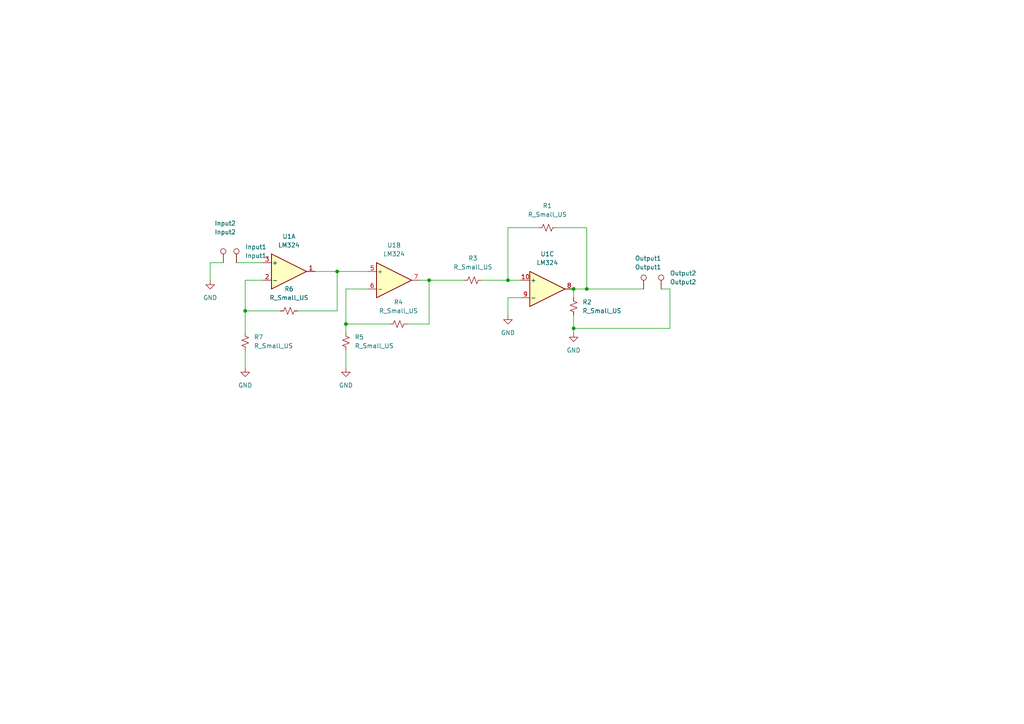
<source format=kicad_sch>
(kicad_sch (version 20230121) (generator eeschema)
  (paper "A4")
  (lib_symbols
    (symbol "Amplifier_Operational:LM324" (pin_names (offset 0.127))
      (property "Reference" "U" (at 0 5.08 0))
      (property "Value" "LM324" (at 0 -5.08 0))
      (symbol "LM324_1_1"
        (polyline (pts (xy -5.08 5.08) (xy 5.08 0) (xy -5.08 -5.08) (xy -5.08 5.08)) (stroke (width 0.254)) (fill (type background)))
        (pin output line (at 7.62 0 180) (length 2.54) (name "~") (number "1"))
        (pin input line (at -7.62 -2.54 0) (length 2.54) (name "-") (number "2"))
        (pin input line (at -7.62 2.54 0) (length 2.54) (name "+") (number "3"))
      )
      (symbol "LM324_2_1"
        (polyline (pts (xy -5.08 5.08) (xy 5.08 0) (xy -5.08 -5.08) (xy -5.08 5.08)) (stroke (width 0.254)) (fill (type background)))
        (pin input line (at -7.62 2.54 0) (length 2.54) (name "+") (number "5"))
        (pin input line (at -7.62 -2.54 0) (length 2.54) (name "-") (number "6"))
        (pin output line (at 7.62 0 180) (length 2.54) (name "~") (number "7"))
      )
      (symbol "LM324_3_1"
        (polyline (pts (xy -5.08 5.08) (xy 5.08 0) (xy -5.08 -5.08) (xy -5.08 5.08)) (stroke (width 0.254)) (fill (type background)))
        (pin input line (at -7.62 2.54 0) (length 2.54) (name "+") (number "10"))
        (pin output line (at 7.62 0 180) (length 2.54) (name "~") (number "8"))
        (pin input line (at -7.62 -2.54 0) (length 2.54) (name "-") (number "9"))
      )
      (symbol "LM324_4_1"
        (polyline (pts (xy -5.08 5.08) (xy 5.08 0) (xy -5.08 -5.08) (xy -5.08 5.08)) (stroke (width 0.254)) (fill (type background)))
        (pin input line (at -7.62 2.54 0) (length 2.54) (name "+") (number "12"))
        (pin input line (at -7.62 -2.54 0) (length 2.54) (name "-") (number "13"))
        (pin output line (at 7.62 0 180) (length 2.54) (name "~") (number "14"))
      )
      (symbol "LM324_5_1"
        (pin power_in line (at -2.54 -7.62 90) (length 3.81) (name "V-") (number "11"))
        (pin power_in line (at -2.54 7.62 270) (length 3.81) (name "V+") (number "4"))
      )
    )
    (symbol "Connector:TestPoint" (pin_numbers hide) (pin_names (offset 0.762) hide)
      (property "Reference" "TP" (at 0 6.858 0))
      (property "Value" "TestPoint" (at 0 5.08 0))
      (symbol "TestPoint_0_1"
        (circle (center 0 3.302) (radius 0.762))
      )
      (symbol "TestPoint_1_1"
        (pin passive line (at 0 0 90) (length 2.54) (name "1") (number "1"))
      )
    )
    (symbol "Device:R_Small_US" (pin_numbers hide) (pin_names (offset 0.254) hide)
      (property "Reference" "R" (at 0.762 0.508 0))
      (property "Value" "R_Small_US" (at 0.762 -1.016 0))
      (symbol "R_Small_US_1_1"
        (polyline (pts (xy 0 0) (xy 1.016 -0.381) (xy 0 -0.762) (xy -1.016 -1.143) (xy 0 -1.524)))
        (polyline (pts (xy 0 1.524) (xy 1.016 1.143) (xy 0 0.762) (xy -1.016 0.381) (xy 0 0)))
        (pin passive line (at 0 2.54 270) (length 1.016) (name "~") (number "1"))
        (pin passive line (at 0 -2.54 90) (length 1.016) (name "~") (number "2"))
      )
    )
    (symbol "power:GND" (power) (pin_names (offset 0))
      (property "Value" "GND" (at 0 -3.81 0))
      (symbol "GND_0_1"
        (polyline (pts (xy 0 0) (xy 0 -1.27) (xy 1.27 -1.27) (xy 0 -2.54) (xy -1.27 -1.27) (xy 0 -1.27)))
      )
      (symbol "GND_1_1"
        (pin power_in line (at 0 0 270) (length 0) hide (name "GND") (number "1"))
      )
    )
  )
  (junction (at 97.79 78.74))
  (junction (at 147.32 81.28))
  (junction (at 170.18 83.82))
  (junction (at 100.33 93.98))
  (junction (at 124.46 81.28))
  (junction (at 166.37 95.25))
  (junction (at 71.12 90.17))
  (junction (at 166.37 83.82))
  (wire (pts (xy 71.12 101.6) (xy 71.12 106.68)))
  (wire (pts (xy 166.37 83.82) (xy 170.18 83.82)))
  (wire (pts (xy 113.03 93.98) (xy 100.33 93.98)))
  (wire (pts (xy 147.32 81.28) (xy 151.13 81.28)))
  (wire (pts (xy 76.2 81.28) (xy 71.12 81.28)))
  (wire (pts (xy 121.92 81.28) (xy 124.46 81.28)))
  (wire (pts (xy 124.46 93.98) (xy 124.46 81.28)))
  (wire (pts (xy 156.21 66.04) (xy 147.32 66.04)))
  (wire (pts (xy 170.18 83.82) (xy 186.69 83.82)))
  (wire (pts (xy 170.18 66.04) (xy 161.29 66.04)))
  (wire (pts (xy 60.96 76.2) (xy 64.77 76.2)))
  (wire (pts (xy 166.37 95.25) (xy 166.37 96.52)))
  (wire (pts (xy 191.77 83.82) (xy 194.31 83.82)))
  (wire (pts (xy 97.79 78.74) (xy 106.68 78.74)))
  (wire (pts (xy 139.7 81.28) (xy 147.32 81.28)))
  (wire (pts (xy 147.32 91.44) (xy 147.32 86.36)))
  (wire (pts (xy 91.44 78.74) (xy 97.79 78.74)))
  (wire (pts (xy 81.28 90.17) (xy 71.12 90.17)))
  (wire (pts (xy 100.33 93.98) (xy 100.33 96.52)))
  (wire (pts (xy 97.79 90.17) (xy 86.36 90.17)))
  (wire (pts (xy 194.31 83.82) (xy 194.31 95.25)))
  (wire (pts (xy 147.32 66.04) (xy 147.32 81.28)))
  (wire (pts (xy 97.79 78.74) (xy 97.79 90.17)))
  (wire (pts (xy 194.31 95.25) (xy 166.37 95.25)))
  (wire (pts (xy 71.12 90.17) (xy 71.12 96.52)))
  (wire (pts (xy 124.46 81.28) (xy 134.62 81.28)))
  (wire (pts (xy 68.58 76.2) (xy 76.2 76.2)))
  (wire (pts (xy 71.12 81.28) (xy 71.12 90.17)))
  (wire (pts (xy 100.33 83.82) (xy 100.33 93.98)))
  (wire (pts (xy 147.32 86.36) (xy 151.13 86.36)))
  (wire (pts (xy 166.37 83.82) (xy 166.37 86.36)))
  (wire (pts (xy 166.37 91.44) (xy 166.37 95.25)))
  (wire (pts (xy 106.68 83.82) (xy 100.33 83.82)))
  (wire (pts (xy 118.11 93.98) (xy 124.46 93.98)))
  (wire (pts (xy 100.33 101.6) (xy 100.33 106.68)))
  (wire (pts (xy 60.96 76.2) (xy 60.96 81.28)))
  (wire (pts (xy 170.18 83.82) (xy 170.18 66.04)))
  (symbol (lib_id "Device:R_Small_US") (at 166.37 88.9 180) (unit 1)
    (property "Reference" "R2" (at 168.91 87.63 0) (effects (justify right)))
    (property "Value" "R_Small_US" (at 168.91 90.17 0) (effects (justify right)))
    (property "Footprint" "Resistor_SMD:R_0603_1608Metric" (effects hide))
  )
  (symbol (lib_id "Device:R_Small_US") (at 83.82 90.17 270) (unit 1)
    (property "Reference" "R6" (at 83.82 83.82 90))
    (property "Value" "R_Small_US" (at 83.82 86.36 90))
    (property "Footprint" "Resistor_SMD:R_0603_1608Metric" (effects hide))
  )
  (symbol (lib_id "power:GND") (at 71.12 106.68 0) (unit 1)
    (property "Reference" "#PWR04" (effects hide))
    (property "Value" "GND" (at 71.12 111.76 0))
  )
  (symbol (lib_id "Device:R_Small_US") (at 100.33 99.06 180) (unit 1)
    (property "Reference" "R5" (at 102.87 97.79 0) (effects (justify right)))
    (property "Value" "R_Small_US" (at 102.87 100.33 0) (effects (justify right)))
    (property "Footprint" "Resistor_SMD:R_0603_1608Metric" (effects hide))
  )
  (symbol (lib_id "Amplifier_Operational:LM324") (at 114.3 81.28 0) (unit 2)
    (property "Reference" "U1" (at 114.3 71.12 0))
    (property "Value" "LM324" (at 114.3 73.66 0))
    (property "Footprint" "Package_DIP:DIP-14_W8.89mm_SMDSocket_LongPads" (effects hide))
    (property "Datasheet" "http://www.ti.com/lit/ds/symlink/lm2902-n.pdf" (effects hide))
  )
  (symbol (lib_id "power:GND") (at 60.96 81.28 0) (unit 1)
    (property "Reference" "#PWR05" (effects hide))
    (property "Value" "GND" (at 60.96 86.36 0))
  )
  (symbol (lib_id "power:GND") (at 147.32 91.44 0) (unit 1)
    (property "Reference" "#PWR01" (effects hide))
    (property "Value" "GND" (at 147.32 96.52 0))
  )
  (symbol (lib_id "power:GND") (at 166.37 96.52 0) (unit 1)
    (property "Reference" "#PWR02" (effects hide))
    (property "Value" "GND" (at 166.37 101.6 0))
  )
  (symbol (lib_id "Device:R_Small_US") (at 115.57 93.98 270) (unit 1)
    (property "Reference" "R4" (at 115.57 87.63 90))
    (property "Value" "R_Small_US" (at 115.57 90.17 90))
    (property "Footprint" "Resistor_SMD:R_0603_1608Metric" (effects hide))
  )
  (symbol (lib_id "Connector:TestPoint") (at 64.77 76.2 0) (unit 1)
    (property "Reference" "Input2" (at 62.23 64.77 0) (effects (justify left)))
    (property "Value" "Input2" (at 62.23 67.31 0) (effects (justify left)))
    (property "Footprint" "TestPoint:TestPoint_Keystone_5000-5004_Miniature" (effects hide))
  )
  (symbol (lib_id "Connector:TestPoint") (at 68.58 76.2 0) (unit 1)
    (property "Reference" "Input1" (at 71.12 71.628 0) (effects (justify left)))
    (property "Value" "Input1" (at 71.12 74.168 0) (effects (justify left)))
    (property "Footprint" "TestPoint:TestPoint_Keystone_5000-5004_Miniature" (effects hide))
  )
  (symbol (lib_id "power:GND") (at 100.33 106.68 0) (unit 1)
    (property "Reference" "#PWR03" (effects hide))
    (property "Value" "GND" (at 100.33 111.76 0))
  )
  (symbol (lib_id "Amplifier_Operational:LM324") (at 158.75 83.82 0) (unit 3)
    (property "Reference" "U1" (at 158.75 73.66 0))
    (property "Value" "LM324" (at 158.75 76.2 0))
    (property "Footprint" "Package_DIP:DIP-14_W8.89mm_SMDSocket_LongPads" (effects hide))
    (property "Datasheet" "http://www.ti.com/lit/ds/symlink/lm2902-n.pdf" (effects hide))
  )
  (symbol (lib_id "Amplifier_Operational:LM324") (at 83.82 78.74 0) (unit 1)
    (property "Reference" "U1" (at 83.82 68.58 0))
    (property "Value" "LM324" (at 83.82 71.12 0))
    (property "Footprint" "Package_DIP:DIP-14_W8.89mm_SMDSocket_LongPads" (effects hide))
    (property "Datasheet" "http://www.ti.com/lit/ds/symlink/lm2902-n.pdf" (effects hide))
  )
  (symbol (lib_id "Device:R_Small_US") (at 158.75 66.04 90) (unit 1)
    (property "Reference" "R1" (at 158.75 59.69 90))
    (property "Value" "R_Small_US" (at 158.75 62.23 90))
    (property "Footprint" "Resistor_SMD:R_0603_1608Metric" (effects hide))
  )
  (symbol (lib_id "Device:R_Small_US") (at 71.12 99.06 0) (unit 1)
    (property "Reference" "R7" (at 73.66 97.79 0) (effects (justify left)))
    (property "Value" "R_Small_US" (at 73.66 100.33 0) (effects (justify left)))
    (property "Footprint" "Resistor_SMD:R_0603_1608Metric" (effects hide))
  )
  (symbol (lib_id "Device:R_Small_US") (at 137.16 81.28 270) (unit 1)
    (property "Reference" "R3" (at 137.16 74.93 90))
    (property "Value" "R_Small_US" (at 137.16 77.47 90))
    (property "Footprint" "Resistor_SMD:R_0603_1608Metric" (effects hide))
  )
  (symbol (lib_id "Connector:TestPoint") (at 191.77 83.82 0) (unit 1)
    (property "Reference" "Output2" (at 194.31 79.248 0) (effects (justify left)))
    (property "Value" "Output2" (at 194.31 81.788 0) (effects (justify left)))
    (property "Footprint" "TestPoint:TestPoint_Keystone_5000-5004_Miniature" (effects hide))
  )
  (symbol (lib_id "Connector:TestPoint") (at 186.69 83.82 0) (unit 1)
    (property "Reference" "Output1" (at 184.15 74.93 0) (effects (justify left)))
    (property "Value" "Output1" (at 184.15 77.47 0) (effects (justify left)))
    (property "Footprint" "TestPoint:TestPoint_Keystone_5000-5004_Miniature" (effects hide))
  )
)
</source>
